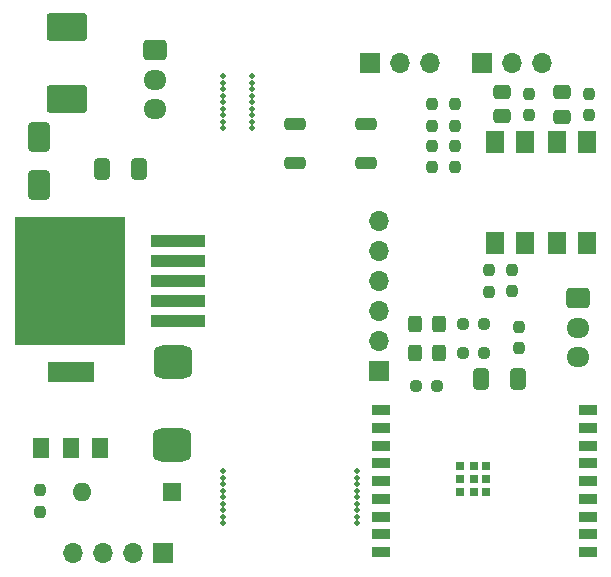
<source format=gbr>
%TF.GenerationSoftware,KiCad,Pcbnew,7.0.2*%
%TF.CreationDate,2023-10-03T11:26:09+02:00*%
%TF.ProjectId,SommerESP,536f6d6d-6572-4455-9350-2e6b69636164,rev?*%
%TF.SameCoordinates,Original*%
%TF.FileFunction,Soldermask,Top*%
%TF.FilePolarity,Negative*%
%FSLAX46Y46*%
G04 Gerber Fmt 4.6, Leading zero omitted, Abs format (unit mm)*
G04 Created by KiCad (PCBNEW 7.0.2) date 2023-10-03 11:26:09*
%MOMM*%
%LPD*%
G01*
G04 APERTURE LIST*
G04 Aperture macros list*
%AMRoundRect*
0 Rectangle with rounded corners*
0 $1 Rounding radius*
0 $2 $3 $4 $5 $6 $7 $8 $9 X,Y pos of 4 corners*
0 Add a 4 corners polygon primitive as box body*
4,1,4,$2,$3,$4,$5,$6,$7,$8,$9,$2,$3,0*
0 Add four circle primitives for the rounded corners*
1,1,$1+$1,$2,$3*
1,1,$1+$1,$4,$5*
1,1,$1+$1,$6,$7*
1,1,$1+$1,$8,$9*
0 Add four rect primitives between the rounded corners*
20,1,$1+$1,$2,$3,$4,$5,0*
20,1,$1+$1,$4,$5,$6,$7,0*
20,1,$1+$1,$6,$7,$8,$9,0*
20,1,$1+$1,$8,$9,$2,$3,0*%
G04 Aperture macros list end*
%ADD10RoundRect,0.237500X0.250000X0.237500X-0.250000X0.237500X-0.250000X-0.237500X0.250000X-0.237500X0*%
%ADD11RoundRect,0.237500X-0.237500X0.250000X-0.237500X-0.250000X0.237500X-0.250000X0.237500X0.250000X0*%
%ADD12RoundRect,0.250000X0.412500X0.650000X-0.412500X0.650000X-0.412500X-0.650000X0.412500X-0.650000X0*%
%ADD13R,1.500000X1.900000*%
%ADD14R,1.700000X1.700000*%
%ADD15O,1.700000X1.700000*%
%ADD16RoundRect,0.250000X-0.650000X1.000000X-0.650000X-1.000000X0.650000X-1.000000X0.650000X1.000000X0*%
%ADD17RoundRect,0.237500X0.237500X-0.250000X0.237500X0.250000X-0.237500X0.250000X-0.237500X-0.250000X0*%
%ADD18RoundRect,0.250000X0.650000X0.250000X-0.650000X0.250000X-0.650000X-0.250000X0.650000X-0.250000X0*%
%ADD19RoundRect,0.250000X-0.325000X-0.450000X0.325000X-0.450000X0.325000X0.450000X-0.325000X0.450000X0*%
%ADD20C,0.500000*%
%ADD21RoundRect,0.250000X-0.725000X0.600000X-0.725000X-0.600000X0.725000X-0.600000X0.725000X0.600000X0*%
%ADD22O,1.950000X1.700000*%
%ADD23R,1.500000X0.900000*%
%ADD24R,0.700000X0.700000*%
%ADD25RoundRect,0.235000X1.465000X-0.940000X1.465000X0.940000X-1.465000X0.940000X-1.465000X-0.940000X0*%
%ADD26R,4.600000X1.100000*%
%ADD27R,9.400000X10.800000*%
%ADD28R,1.400000X1.700000*%
%ADD29R,4.000000X1.800000*%
%ADD30RoundRect,0.250000X-0.475000X0.337500X-0.475000X-0.337500X0.475000X-0.337500X0.475000X0.337500X0*%
%ADD31R,1.600000X1.600000*%
%ADD32O,1.600000X1.600000*%
%ADD33RoundRect,0.700000X0.950000X-0.700000X0.950000X0.700000X-0.950000X0.700000X-0.950000X-0.700000X0*%
%ADD34RoundRect,0.237500X-0.250000X-0.237500X0.250000X-0.237500X0.250000X0.237500X-0.250000X0.237500X0*%
G04 APERTURE END LIST*
D10*
%TO.C,R8*%
X129505000Y-80590000D03*
X127680000Y-80590000D03*
%TD*%
D11*
%TO.C,R2*%
X125100000Y-59487500D03*
X125100000Y-61312500D03*
%TD*%
%TO.C,R3*%
X127000000Y-62987500D03*
X127000000Y-64812500D03*
%TD*%
D12*
%TO.C,C3*%
X100287500Y-65000000D03*
X97162500Y-65000000D03*
%TD*%
D13*
%TO.C,U2*%
X135630000Y-71200000D03*
X138170000Y-71200000D03*
X138170000Y-62700000D03*
X135630000Y-62700000D03*
%TD*%
D10*
%TO.C,R7*%
X129495000Y-78070000D03*
X127670000Y-78070000D03*
%TD*%
D14*
%TO.C,J1*%
X120575000Y-82075000D03*
D15*
X120575000Y-79535000D03*
X120575000Y-76995000D03*
X120575000Y-74455000D03*
X120575000Y-71915000D03*
X120575000Y-69375000D03*
%TD*%
D16*
%TO.C,D5*%
X91775000Y-62300000D03*
X91775000Y-66300000D03*
%TD*%
D17*
%TO.C,R6*%
X129900000Y-75362500D03*
X129900000Y-73537500D03*
%TD*%
%TO.C,R5*%
X131850000Y-75337500D03*
X131850000Y-73512500D03*
%TD*%
%TO.C,R10*%
X133300000Y-60412500D03*
X133300000Y-58587500D03*
%TD*%
D18*
%TO.C,S2*%
X119500000Y-61150000D03*
X119500000Y-64450000D03*
%TD*%
D17*
%TO.C,R9*%
X138400000Y-60412500D03*
X138400000Y-58587500D03*
%TD*%
D19*
%TO.C,D2*%
X123615000Y-80590000D03*
X125665000Y-80590000D03*
%TD*%
D18*
%TO.C,S1*%
X113500000Y-61150000D03*
X113500000Y-64450000D03*
%TD*%
D17*
%TO.C,R11*%
X91900000Y-94012500D03*
X91900000Y-92187500D03*
%TD*%
D20*
%TO.C,REF\u002A\u002A*%
X107350000Y-61500000D03*
X107350000Y-60950000D03*
X107350000Y-60400000D03*
X107350000Y-59850000D03*
X107350000Y-59300000D03*
X107350000Y-58750000D03*
X107350000Y-58200000D03*
X107350000Y-57650000D03*
X107350000Y-57100000D03*
%TD*%
%TO.C,REF\u002A\u002A*%
X109800000Y-61500000D03*
X109800000Y-60950000D03*
X109800000Y-60400000D03*
X109800000Y-59850000D03*
X109800000Y-59300000D03*
X109800000Y-58750000D03*
X109800000Y-58200000D03*
X109800000Y-57650000D03*
X109800000Y-57100000D03*
%TD*%
D21*
%TO.C,J2*%
X137425000Y-75925000D03*
D22*
X137425000Y-78425000D03*
X137425000Y-80925000D03*
%TD*%
D23*
%TO.C,U5*%
X138250000Y-97400000D03*
X138250000Y-95900000D03*
X138250000Y-94400000D03*
X138250000Y-92900000D03*
X138250000Y-91400000D03*
X138250000Y-89900000D03*
X138250000Y-88400000D03*
X138250000Y-86900000D03*
X138250000Y-85400000D03*
X120750000Y-85400000D03*
X120750000Y-86900000D03*
X120750000Y-88400000D03*
X120750000Y-89900000D03*
X120750000Y-91400000D03*
X120750000Y-92900000D03*
X120750000Y-94400000D03*
X120750000Y-95900000D03*
X120750000Y-97400000D03*
D24*
X129640000Y-92300000D03*
X129640000Y-91200000D03*
X129640000Y-90100000D03*
X128590000Y-92300000D03*
X128590000Y-91200000D03*
X128590000Y-90100000D03*
X127440000Y-92300000D03*
X127440000Y-91200000D03*
X127440000Y-90100000D03*
%TD*%
D25*
%TO.C,L1*%
X94125000Y-59025000D03*
X94125000Y-52975000D03*
%TD*%
D11*
%TO.C,R4*%
X125100000Y-62987500D03*
X125100000Y-64812500D03*
%TD*%
D20*
%TO.C,REF\u002A\u002A*%
X107400000Y-94950000D03*
X107400000Y-94400000D03*
X107400000Y-93850000D03*
X107400000Y-93300000D03*
X107400000Y-92750000D03*
X107400000Y-92200000D03*
X107400000Y-91650000D03*
X107400000Y-91100000D03*
X107400000Y-90550000D03*
%TD*%
D26*
%TO.C,U4*%
X103575000Y-77825000D03*
X103575000Y-76125000D03*
X103575000Y-74425000D03*
D27*
X94425000Y-74425000D03*
D26*
X103575000Y-72725000D03*
X103575000Y-71025000D03*
%TD*%
D11*
%TO.C,R1*%
X127000000Y-59487500D03*
X127000000Y-61312500D03*
%TD*%
D28*
%TO.C,Q1*%
X92000000Y-88600000D03*
X94500000Y-88600000D03*
X97000000Y-88600000D03*
D29*
X94500000Y-82200000D03*
%TD*%
D14*
%TO.C,J4*%
X119820000Y-56000000D03*
D15*
X122360000Y-56000000D03*
X124900000Y-56000000D03*
%TD*%
D30*
%TO.C,C2*%
X131000000Y-58425000D03*
X131000000Y-60500000D03*
%TD*%
D31*
%TO.C,D4*%
X103085000Y-92300000D03*
D32*
X95465000Y-92300000D03*
%TD*%
D30*
%TO.C,C1*%
X136100000Y-58462500D03*
X136100000Y-60537500D03*
%TD*%
D20*
%TO.C,REF\u002A\u002A*%
X118700000Y-94950000D03*
X118700000Y-94400000D03*
X118700000Y-93850000D03*
X118700000Y-93300000D03*
X118700000Y-92750000D03*
X118700000Y-92200000D03*
X118700000Y-91650000D03*
X118700000Y-91100000D03*
X118700000Y-90550000D03*
%TD*%
D33*
%TO.C,D3*%
X103075000Y-88325000D03*
X103125000Y-81325000D03*
%TD*%
D17*
%TO.C,R13*%
X132420000Y-80162500D03*
X132420000Y-78337500D03*
%TD*%
D34*
%TO.C,R12*%
X123677500Y-83340000D03*
X125502500Y-83340000D03*
%TD*%
D12*
%TO.C,C4*%
X132362500Y-82710000D03*
X129237500Y-82710000D03*
%TD*%
D13*
%TO.C,U3*%
X130430000Y-71200000D03*
X132970000Y-71200000D03*
X132970000Y-62700000D03*
X130430000Y-62700000D03*
%TD*%
D19*
%TO.C,D1*%
X123597500Y-78080000D03*
X125647500Y-78080000D03*
%TD*%
D21*
%TO.C,J5*%
X101650000Y-54900000D03*
D22*
X101650000Y-57400000D03*
X101650000Y-59900000D03*
%TD*%
D14*
%TO.C,J6*%
X102320000Y-97500000D03*
D15*
X99780000Y-97500000D03*
X97240000Y-97500000D03*
X94700000Y-97500000D03*
%TD*%
D14*
%TO.C,J3*%
X129320000Y-56000000D03*
D15*
X131860000Y-56000000D03*
X134400000Y-56000000D03*
%TD*%
M02*

</source>
